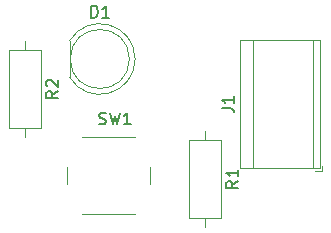
<source format=gbr>
G04 #@! TF.GenerationSoftware,KiCad,Pcbnew,(5.0.1-3-g963ef8bb5)*
G04 #@! TF.CreationDate,2018-12-20T15:49:25+01:00*
G04 #@! TF.ProjectId,WifiLedButton,576966694C6564427574746F6E2E6B69,1.0*
G04 #@! TF.SameCoordinates,Original*
G04 #@! TF.FileFunction,Legend,Top*
G04 #@! TF.FilePolarity,Positive*
%FSLAX46Y46*%
G04 Gerber Fmt 4.6, Leading zero omitted, Abs format (unit mm)*
G04 Created by KiCad (PCBNEW (5.0.1-3-g963ef8bb5)) date Donnerstag, 20. Dezember 2018 um 15:49:25*
%MOMM*%
%LPD*%
G01*
G04 APERTURE LIST*
%ADD10C,0.120000*%
%ADD11C,0.150000*%
G04 APERTURE END LIST*
D10*
G04 #@! TO.C,D1*
X70300000Y-53340462D02*
G75*
G03X64750000Y-51795170I-2990000J462D01*
G01*
X70300000Y-53339538D02*
G75*
G02X64750000Y-54884830I-2990000J-462D01*
G01*
X69810000Y-53340000D02*
G75*
G03X69810000Y-53340000I-2500000J0D01*
G01*
X64750000Y-51795000D02*
X64750000Y-54885000D01*
G04 #@! TO.C,J1*
X85400000Y-62580000D02*
X85400000Y-51719000D01*
X80300000Y-62580000D02*
X80300000Y-51719000D01*
X79180000Y-62580000D02*
X79180000Y-51719000D01*
X85920000Y-62580000D02*
X85920000Y-51719000D01*
X79180000Y-62580000D02*
X85920000Y-62580000D01*
X79180000Y-51719000D02*
X85920000Y-51719000D01*
X85520000Y-62820000D02*
X86160000Y-62820000D01*
X86160000Y-62820000D02*
X86160000Y-62420000D01*
G04 #@! TO.C,R1*
X76200000Y-67540000D02*
X76200000Y-66770000D01*
X76200000Y-59460000D02*
X76200000Y-60230000D01*
X77570000Y-66770000D02*
X77570000Y-60230000D01*
X74830000Y-66770000D02*
X77570000Y-66770000D01*
X74830000Y-60230000D02*
X74830000Y-66770000D01*
X77570000Y-60230000D02*
X74830000Y-60230000D01*
G04 #@! TO.C,R2*
X62330000Y-52610000D02*
X59590000Y-52610000D01*
X59590000Y-52610000D02*
X59590000Y-59150000D01*
X59590000Y-59150000D02*
X62330000Y-59150000D01*
X62330000Y-59150000D02*
X62330000Y-52610000D01*
X60960000Y-51840000D02*
X60960000Y-52610000D01*
X60960000Y-59920000D02*
X60960000Y-59150000D01*
G04 #@! TO.C,SW1*
X65770000Y-66460000D02*
X70270000Y-66460000D01*
X64520000Y-62460000D02*
X64520000Y-63960000D01*
X70270000Y-59960000D02*
X65770000Y-59960000D01*
X71520000Y-63960000D02*
X71520000Y-62460000D01*
G04 #@! TO.C,D1*
D11*
X66571904Y-49832380D02*
X66571904Y-48832380D01*
X66810000Y-48832380D01*
X66952857Y-48880000D01*
X67048095Y-48975238D01*
X67095714Y-49070476D01*
X67143333Y-49260952D01*
X67143333Y-49403809D01*
X67095714Y-49594285D01*
X67048095Y-49689523D01*
X66952857Y-49784761D01*
X66810000Y-49832380D01*
X66571904Y-49832380D01*
X68095714Y-49832380D02*
X67524285Y-49832380D01*
X67810000Y-49832380D02*
X67810000Y-48832380D01*
X67714761Y-48975238D01*
X67619523Y-49070476D01*
X67524285Y-49118095D01*
G04 #@! TO.C,J1*
X77632380Y-57483333D02*
X78346666Y-57483333D01*
X78489523Y-57530952D01*
X78584761Y-57626190D01*
X78632380Y-57769047D01*
X78632380Y-57864285D01*
X78632380Y-56483333D02*
X78632380Y-57054761D01*
X78632380Y-56769047D02*
X77632380Y-56769047D01*
X77775238Y-56864285D01*
X77870476Y-56959523D01*
X77918095Y-57054761D01*
G04 #@! TO.C,R1*
X79022380Y-63666666D02*
X78546190Y-64000000D01*
X79022380Y-64238095D02*
X78022380Y-64238095D01*
X78022380Y-63857142D01*
X78070000Y-63761904D01*
X78117619Y-63714285D01*
X78212857Y-63666666D01*
X78355714Y-63666666D01*
X78450952Y-63714285D01*
X78498571Y-63761904D01*
X78546190Y-63857142D01*
X78546190Y-64238095D01*
X79022380Y-62714285D02*
X79022380Y-63285714D01*
X79022380Y-63000000D02*
X78022380Y-63000000D01*
X78165238Y-63095238D01*
X78260476Y-63190476D01*
X78308095Y-63285714D01*
G04 #@! TO.C,R2*
X63782380Y-56046666D02*
X63306190Y-56380000D01*
X63782380Y-56618095D02*
X62782380Y-56618095D01*
X62782380Y-56237142D01*
X62830000Y-56141904D01*
X62877619Y-56094285D01*
X62972857Y-56046666D01*
X63115714Y-56046666D01*
X63210952Y-56094285D01*
X63258571Y-56141904D01*
X63306190Y-56237142D01*
X63306190Y-56618095D01*
X62877619Y-55665714D02*
X62830000Y-55618095D01*
X62782380Y-55522857D01*
X62782380Y-55284761D01*
X62830000Y-55189523D01*
X62877619Y-55141904D01*
X62972857Y-55094285D01*
X63068095Y-55094285D01*
X63210952Y-55141904D01*
X63782380Y-55713333D01*
X63782380Y-55094285D01*
G04 #@! TO.C,SW1*
X67246666Y-58824761D02*
X67389523Y-58872380D01*
X67627619Y-58872380D01*
X67722857Y-58824761D01*
X67770476Y-58777142D01*
X67818095Y-58681904D01*
X67818095Y-58586666D01*
X67770476Y-58491428D01*
X67722857Y-58443809D01*
X67627619Y-58396190D01*
X67437142Y-58348571D01*
X67341904Y-58300952D01*
X67294285Y-58253333D01*
X67246666Y-58158095D01*
X67246666Y-58062857D01*
X67294285Y-57967619D01*
X67341904Y-57920000D01*
X67437142Y-57872380D01*
X67675238Y-57872380D01*
X67818095Y-57920000D01*
X68151428Y-57872380D02*
X68389523Y-58872380D01*
X68580000Y-58158095D01*
X68770476Y-58872380D01*
X69008571Y-57872380D01*
X69913333Y-58872380D02*
X69341904Y-58872380D01*
X69627619Y-58872380D02*
X69627619Y-57872380D01*
X69532380Y-58015238D01*
X69437142Y-58110476D01*
X69341904Y-58158095D01*
G04 #@! TD*
M02*

</source>
